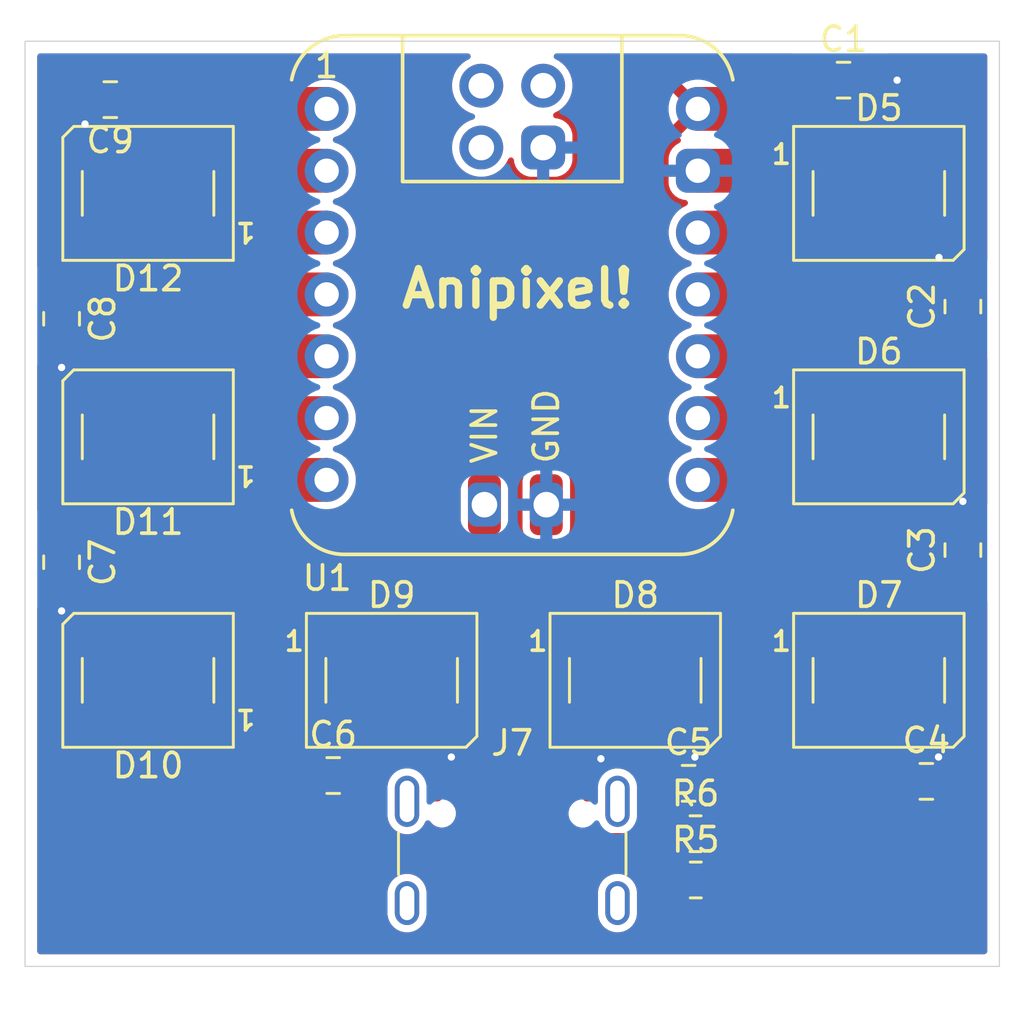
<source format=kicad_pcb>
(kicad_pcb (version 20241229) (generator "pcbnew") (generator_version "9.0")
  (layers (0 "F.Cu" signal) (2 "B.Cu" signal) (13 "F.Paste" user) (15 "B.Paste" user) (5 "F.SilkS" user "F.Silkscreen") (7 "B.SilkS" user "B.Silkscreen") (1 "F.Mask" user) (3 "B.Mask" user) (25 "Edge.Cuts" user))
  (net 0 "")
  (net 1 "+5V")
  (net 2 "GND")
  (net 3 "Net-(D5-DOUT)")
  (net 4 "Net-(D6-DOUT)")
  (net 5 "Net-(D7-DOUT)")
  (net 6 "Net-(D8-DOUT)")
  (net 7 "Net-(D10-DIN)")
  (net 8 "Net-(D10-DOUT)")
  (net 9 "Net-(D11-DOUT)")
  (net 25 "Net-(D5-DIN)")
  (net 27 "Net-(J7-D--PadA7)")
  (net 29 "Net-(J7-D+-PadA6)")
  (net 30 "Net-(J7-CC2)")
  (net 31 "Net-(J7-CC1)")
  (footprint "LED_SMD:LED_WS2812B_PLCC4_5.0x5.0mm_P3.2mm" (layer "F.Cu") (at 92.55 98.35)
    (property "Reference" "D5" (at 0 -3.5 0) (layer "F.SilkS"))
    (property "Value" "WS2812B")
    (fp_line (start -3.5 -2.75) (end -3.5 2.75) (stroke (width 0.12)) (layer "F.SilkS"))
    (fp_line (start -3.5 -2.75) (end 3.5 -2.75) (stroke (width 0.12)) (layer "F.SilkS"))
    (fp_line (start -3.5 2.75) (end 3.05 2.75) (stroke (width 0.12)) (layer "F.SilkS"))
    (fp_line (start -2.7 0.9) (end -2.7 -0.9) (stroke (width 0.12)) (layer "F.SilkS"))
    (fp_line (start 2.7 0.9) (end 2.7 -0.9) (stroke (width 0.12)) (layer "F.SilkS"))
    (fp_line (start 3.05 2.75) (end 3.5 2.3) (stroke (width 0.12)) (layer "F.SilkS"))
    (fp_line (start 3.5 2.3) (end 3.5 -2.75) (stroke (width 0.12)) (layer "F.SilkS"))
    (fp_text user "1" (at -4 -1.6 0) (layer "F.SilkS") (effects (font (size 0.8 0.8))))
    (pad "1" smd roundrect (at -2.45 -1.65) (size 1.5 0.9) (layers "F.Cu" "F.Mask" "F.Paste") (roundrect_rratio 0.1) (net 1 "+5V"))
    (pad "2" smd roundrect (at -2.45 1.65) (size 1.5 0.9) (layers "F.Cu" "F.Mask" "F.Paste") (roundrect_rratio 0.1) (net 3 "Net-(D5-DOUT)"))
    (pad "3" smd roundrect (at 2.45 1.65) (size 1.5 0.9) (layers "F.Cu" "F.Mask" "F.Paste") (roundrect_rratio 0.1) (net 2 "GND"))
    (pad "4" smd roundrect (at 2.45 -1.65) (size 1.5 0.9) (layers "F.Cu" "F.Mask" "F.Paste") (roundrect_rratio 0.1) (net 25 "Net-(D5-DIN)"))
  )
  (footprint "Capacitor_SMD:C_0805_2012Metric_Pad1.18x1.45mm_HandSolder" (layer "F.Cu") (at 70.15 122.26)
    (property "Reference" "C6" (at 0 -1.68 0) (layer "F.SilkS"))
    (property "Value" "100n")
    (fp_line (start -0.261252 -0.735) (end 0.261252 -0.735) (stroke (width 0.12)) (layer "F.SilkS"))
    (fp_line (start -0.261252 0.735) (end 0.261252 0.735) (stroke (width 0.12)) (layer "F.SilkS"))
    (pad "1" smd roundrect (at -1.0375 0) (size 1.175 1.45) (layers "F.Cu" "F.Mask" "F.Paste") (roundrect_rratio 0.212766) (net 1 "+5V"))
    (pad "2" smd roundrect (at 1.0375 0) (size 1.175 1.45) (layers "F.Cu" "F.Mask" "F.Paste") (roundrect_rratio 0.212766) (net 2 "GND"))
  )
  (footprint "LED_SMD:LED_WS2812B_PLCC4_5.0x5.0mm_P3.2mm" (layer "F.Cu") (at 82.55 118.35)
    (property "Reference" "D8" (at 0 -3.5 0) (layer "F.SilkS"))
    (property "Value" "WS2812B")
    (fp_line (start -3.5 -2.75) (end -3.5 2.75) (stroke (width 0.12)) (layer "F.SilkS"))
    (fp_line (start -3.5 -2.75) (end 3.5 -2.75) (stroke (width 0.12)) (layer "F.SilkS"))
    (fp_line (start -3.5 2.75) (end 3.05 2.75) (stroke (width 0.12)) (layer "F.SilkS"))
    (fp_line (start -2.7 0.9) (end -2.7 -0.9) (stroke (width 0.12)) (layer "F.SilkS"))
    (fp_line (start 2.7 0.9) (end 2.7 -0.9) (stroke (width 0.12)) (layer "F.SilkS"))
    (fp_line (start 3.05 2.75) (end 3.5 2.3) (stroke (width 0.12)) (layer "F.SilkS"))
    (fp_line (start 3.5 2.3) (end 3.5 -2.75) (stroke (width 0.12)) (layer "F.SilkS"))
    (fp_text user "1" (at -4 -1.6 0) (layer "F.SilkS") (effects (font (size 0.8 0.8))))
    (pad "1" smd roundrect (at -2.45 -1.65) (size 1.5 0.9) (layers "F.Cu" "F.Mask" "F.Paste") (roundrect_rratio 0.1) (net 1 "+5V"))
    (pad "2" smd roundrect (at -2.45 1.65) (size 1.5 0.9) (layers "F.Cu" "F.Mask" "F.Paste") (roundrect_rratio 0.1) (net 6 "Net-(D8-DOUT)"))
    (pad "3" smd roundrect (at 2.45 1.65) (size 1.5 0.9) (layers "F.Cu" "F.Mask" "F.Paste") (roundrect_rratio 0.1) (net 2 "GND"))
    (pad "4" smd roundrect (at 2.45 -1.65) (size 1.5 0.9) (layers "F.Cu" "F.Mask" "F.Paste") (roundrect_rratio 0.1) (net 5 "Net-(D7-DOUT)"))
  )
  (footprint "Capacitor_SMD:C_0805_2012Metric_Pad1.18x1.45mm_HandSolder" (layer "F.Cu") (at 84.74 122.58)
    (property "Reference" "C5" (at 0 -1.68 0) (layer "F.SilkS"))
    (property "Value" "100n")
    (fp_line (start -0.261252 -0.735) (end 0.261252 -0.735) (stroke (width 0.12)) (layer "F.SilkS"))
    (fp_line (start -0.261252 0.735) (end 0.261252 0.735) (stroke (width 0.12)) (layer "F.SilkS"))
    (pad "1" smd roundrect (at -1.0375 0) (size 1.175 1.45) (layers "F.Cu" "F.Mask" "F.Paste") (roundrect_rratio 0.212766) (net 1 "+5V"))
    (pad "2" smd roundrect (at 1.0375 0) (size 1.175 1.45) (layers "F.Cu" "F.Mask" "F.Paste") (roundrect_rratio 0.212766) (net 2 "GND"))
  )
  (footprint "LED_SMD:LED_WS2812B_PLCC4_5.0x5.0mm_P3.2mm" (layer "F.Cu") (at 72.55 118.35)
    (property "Reference" "D9" (at 0 -3.5 0) (layer "F.SilkS"))
    (property "Value" "WS2812B")
    (fp_line (start -3.5 -2.75) (end -3.5 2.75) (stroke (width 0.12)) (layer "F.SilkS"))
    (fp_line (start -3.5 -2.75) (end 3.5 -2.75) (stroke (width 0.12)) (layer "F.SilkS"))
    (fp_line (start -3.5 2.75) (end 3.05 2.75) (stroke (width 0.12)) (layer "F.SilkS"))
    (fp_line (start -2.7 0.9) (end -2.7 -0.9) (stroke (width 0.12)) (layer "F.SilkS"))
    (fp_line (start 2.7 0.9) (end 2.7 -0.9) (stroke (width 0.12)) (layer "F.SilkS"))
    (fp_line (start 3.05 2.75) (end 3.5 2.3) (stroke (width 0.12)) (layer "F.SilkS"))
    (fp_line (start 3.5 2.3) (end 3.5 -2.75) (stroke (width 0.12)) (layer "F.SilkS"))
    (fp_text user "1" (at -4 -1.6 0) (layer "F.SilkS") (effects (font (size 0.8 0.8))))
    (pad "1" smd roundrect (at -2.45 -1.65) (size 1.5 0.9) (layers "F.Cu" "F.Mask" "F.Paste") (roundrect_rratio 0.1) (net 1 "+5V"))
    (pad "2" smd roundrect (at -2.45 1.65) (size 1.5 0.9) (layers "F.Cu" "F.Mask" "F.Paste") (roundrect_rratio 0.1) (net 7 "Net-(D10-DIN)"))
    (pad "3" smd roundrect (at 2.45 1.65) (size 1.5 0.9) (layers "F.Cu" "F.Mask" "F.Paste") (roundrect_rratio 0.1) (net 2 "GND"))
    (pad "4" smd roundrect (at 2.45 -1.65) (size 1.5 0.9) (layers "F.Cu" "F.Mask" "F.Paste") (roundrect_rratio 0.1) (net 6 "Net-(D8-DOUT)"))
  )
  (footprint "LED_SMD:LED_WS2812B_PLCC4_5.0x5.0mm_P3.2mm" (layer "F.Cu") (at 62.55 98.35 180)
    (property "Reference" "D12" (at 0 -3.5 0) (layer "F.SilkS"))
    (property "Value" "WS2812B")
    (fp_line (start 3.5 2.3) (end 3.5 -2.75) (stroke (width 0.12)) (layer "F.SilkS"))
    (fp_line (start 3.05 2.75) (end 3.5 2.3) (stroke (width 0.12)) (layer "F.SilkS"))
    (fp_line (start 2.7 0.9) (end 2.7 -0.9) (stroke (width 0.12)) (layer "F.SilkS"))
    (fp_line (start -2.7 0.9) (end -2.7 -0.9) (stroke (width 0.12)) (layer "F.SilkS"))
    (fp_line (start -3.5 2.75) (end 3.05 2.75) (stroke (width 0.12)) (layer "F.SilkS"))
    (fp_line (start -3.5 -2.75) (end 3.5 -2.75) (stroke (width 0.12)) (layer "F.SilkS"))
    (fp_line (start -3.5 -2.75) (end -3.5 2.75) (stroke (width 0.12)) (layer "F.SilkS"))
    (fp_text user "1" (at -4 -1.6 180) (layer "F.SilkS") (effects (font (size 0.8 0.8))))
    (pad "1" smd roundrect (at -2.45 -1.65 180) (size 1.5 0.9) (layers "F.Cu" "F.Mask" "F.Paste") (roundrect_rratio 0.1) (net 1 "+5V"))
    (pad "2" smd roundrect (at -2.45 1.65 180) (size 1.5 0.9) (layers "F.Cu" "F.Mask" "F.Paste") (roundrect_rratio 0.1))
    (pad "3" smd roundrect (at 2.45 1.65 180) (size 1.5 0.9) (layers "F.Cu" "F.Mask" "F.Paste") (roundrect_rratio 0.1) (net 2 "GND"))
    (pad "4" smd roundrect (at 2.45 -1.65 180) (size 1.5 0.9) (layers "F.Cu" "F.Mask" "F.Paste") (roundrect_rratio 0.1) (net 9 "Net-(D11-DOUT)"))
  )
  (footprint "LED_SMD:LED_WS2812B_PLCC4_5.0x5.0mm_P3.2mm" (layer "F.Cu") (at 62.55 118.35 180)
    (property "Reference" "D10" (at 0 -3.5 0) (layer "F.SilkS"))
    (property "Value" "WS2812B")
    (fp_line (start 3.5 2.3) (end 3.5 -2.75) (stroke (width 0.12)) (layer "F.SilkS"))
    (fp_line (start 3.05 2.75) (end 3.5 2.3) (stroke (width 0.12)) (layer "F.SilkS"))
    (fp_line (start 2.7 0.9) (end 2.7 -0.9) (stroke (width 0.12)) (layer "F.SilkS"))
    (fp_line (start -2.7 0.9) (end -2.7 -0.9) (stroke (width 0.12)) (layer "F.SilkS"))
    (fp_line (start -3.5 2.75) (end 3.05 2.75) (stroke (width 0.12)) (layer "F.SilkS"))
    (fp_line (start -3.5 -2.75) (end 3.5 -2.75) (stroke (width 0.12)) (layer "F.SilkS"))
    (fp_line (start -3.5 -2.75) (end -3.5 2.75) (stroke (width 0.12)) (layer "F.SilkS"))
    (fp_text user "1" (at -4 -1.6 180) (layer "F.SilkS") (effects (font (size 0.8 0.8))))
    (pad "1" smd roundrect (at -2.45 -1.65 180) (size 1.5 0.9) (layers "F.Cu" "F.Mask" "F.Paste") (roundrect_rratio 0.1) (net 1 "+5V"))
    (pad "2" smd roundrect (at -2.45 1.65 180) (size 1.5 0.9) (layers "F.Cu" "F.Mask" "F.Paste") (roundrect_rratio 0.1) (net 8 "Net-(D10-DOUT)"))
    (pad "3" smd roundrect (at 2.45 1.65 180) (size 1.5 0.9) (layers "F.Cu" "F.Mask" "F.Paste") (roundrect_rratio 0.1) (net 2 "GND"))
    (pad "4" smd roundrect (at 2.45 -1.65 180) (size 1.5 0.9) (layers "F.Cu" "F.Mask" "F.Paste") (roundrect_rratio 0.1) (net 7 "Net-(D10-DIN)"))
  )
  (footprint "LED_SMD:LED_WS2812B_PLCC4_5.0x5.0mm_P3.2mm" (layer "F.Cu") (at 62.55 108.35 180)
    (property "Reference" "D11" (at 0 -3.5 0) (layer "F.SilkS"))
    (property "Value" "WS2812B")
    (fp_line (start 3.5 2.3) (end 3.5 -2.75) (stroke (width 0.12)) (layer "F.SilkS"))
    (fp_line (start 3.05 2.75) (end 3.5 2.3) (stroke (width 0.12)) (layer "F.SilkS"))
    (fp_line (start 2.7 0.9) (end 2.7 -0.9) (stroke (width 0.12)) (layer "F.SilkS"))
    (fp_line (start -2.7 0.9) (end -2.7 -0.9) (stroke (width 0.12)) (layer "F.SilkS"))
    (fp_line (start -3.5 2.75) (end 3.05 2.75) (stroke (width 0.12)) (layer "F.SilkS"))
    (fp_line (start -3.5 -2.75) (end 3.5 -2.75) (stroke (width 0.12)) (layer "F.SilkS"))
    (fp_line (start -3.5 -2.75) (end -3.5 2.75) (stroke (width 0.12)) (layer "F.SilkS"))
    (fp_text user "1" (at -4 -1.6 180) (layer "F.SilkS") (effects (font (size 0.8 0.8))))
    (pad "1" smd roundrect (at -2.45 -1.65 180) (size 1.5 0.9) (layers "F.Cu" "F.Mask" "F.Paste") (roundrect_rratio 0.1) (net 1 "+5V"))
    (pad "2" smd roundrect (at -2.45 1.65 180) (size 1.5 0.9) (layers "F.Cu" "F.Mask" "F.Paste") (roundrect_rratio 0.1) (net 9 "Net-(D11-DOUT)"))
    (pad "3" smd roundrect (at 2.45 1.65 180) (size 1.5 0.9) (layers "F.Cu" "F.Mask" "F.Paste") (roundrect_rratio 0.1) (net 2 "GND"))
    (pad "4" smd roundrect (at 2.45 -1.65 180) (size 1.5 0.9) (layers "F.Cu" "F.Mask" "F.Paste") (roundrect_rratio 0.1) (net 8 "Net-(D10-DOUT)"))
  )
  (footprint "Connector_USB:USB_C_Receptacle_GCT_USB4105-xx-A_16P_TopMnt_Horizontal" (layer "F.Cu") (at 77.5 126.425)
    (property "Reference" "J7" (at 0 -5.5 0) (layer "F.SilkS"))
    (property "Value" "USB_C_Receptacle_USB2.0_14P")
    (fp_line (start -4.67 -0.1) (end -4.67 -1.8) (stroke (width 0.12)) (layer "F.SilkS"))
    (fp_line (start 4.67 -0.1) (end 4.67 -1.8) (stroke (width 0.12)) (layer "F.SilkS"))
    (pad "" np_thru_hole circle (at -2.89 -2.605) (size 0.65 0.65) (drill 0.65) (layers "*.Cu" "*.Mask"))
    (pad "" np_thru_hole circle (at 2.89 -2.605) (size 0.65 0.65) (drill 0.65) (layers "*.Cu" "*.Mask"))
    (pad "A1" smd roundrect (at -3.2 -3.68) (size 0.6 1.15) (layers "F.Cu" "F.Mask" "F.Paste") (net 2 "GND"))
    (pad "A4" smd roundrect (at -2.4 -3.68) (size 0.6 1.15) (layers "F.Cu" "F.Mask" "F.Paste") (net 1 "+5V"))
    (pad "A5" smd roundrect (at -1.25 -3.68) (size 0.3 1.15) (layers "F.Cu" "F.Mask" "F.Paste") (net 31 "Net-(J7-CC1)"))
    (pad "A6" smd roundrect (at -0.25 -3.68) (size 0.3 1.15) (layers "F.Cu" "F.Mask" "F.Paste") (net 29 "Net-(J7-D+-PadA6)"))
    (pad "A7" smd roundrect (at 0.25 -3.68) (size 0.3 1.15) (layers "F.Cu" "F.Mask" "F.Paste") (net 27 "Net-(J7-D--PadA7)"))
    (pad "A8" smd roundrect (at 1.25 -3.68) (size 0.3 1.15) (layers "F.Cu" "F.Mask" "F.Paste"))
    (pad "A9" smd roundrect (at 2.4 -3.68) (size 0.6 1.15) (layers "F.Cu" "F.Mask" "F.Paste") (net 1 "+5V"))
    (pad "A12" smd roundrect (at 3.2 -3.68) (size 0.6 1.15) (layers "F.Cu" "F.Mask" "F.Paste") (net 2 "GND"))
    (pad "B1" smd roundrect (at 3.2 -3.68) (size 0.6 1.15) (layers "F.Cu" "F.Mask" "F.Paste") (net 2 "GND"))
    (pad "B4" smd roundrect (at 2.4 -3.68) (size 0.6 1.15) (layers "F.Cu" "F.Mask" "F.Paste") (net 1 "+5V"))
    (pad "B5" smd roundrect (at 1.75 -3.68) (size 0.3 1.15) (layers "F.Cu" "F.Mask" "F.Paste") (net 30 "Net-(J7-CC2)"))
    (pad "B6" smd roundrect (at 0.75 -3.68) (size 0.3 1.15) (layers "F.Cu" "F.Mask" "F.Paste") (net 29 "Net-(J7-D+-PadA6)"))
    (pad "B7" smd roundrect (at -0.75 -3.68) (size 0.3 1.15) (layers "F.Cu" "F.Mask" "F.Paste") (net 27 "Net-(J7-D--PadA7)"))
    (pad "B8" smd roundrect (at -1.75 -3.68) (size 0.3 1.15) (layers "F.Cu" "F.Mask" "F.Paste"))
    (pad "B9" smd roundrect (at -2.4 -3.68) (size 0.6 1.15) (layers "F.Cu" "F.Mask" "F.Paste") (net 1 "+5V"))
    (pad "B12" smd roundrect (at -3.2 -3.68) (size 0.6 1.15) (layers "F.Cu" "F.Mask" "F.Paste") (net 2 "GND"))
    (pad "S1" thru_hole oval (at -4.32 -3.105) (size 1 2.1) (drill oval 0.6 1.7) (property pad_prop_heatsink) (layers "*.Cu" "*.Mask" "F.Paste"))
    (pad "S1" thru_hole oval (at -4.32 1.075) (size 1 1.8) (drill oval 0.6 1.4) (property pad_prop_heatsink) (layers "*.Cu" "*.Mask" "F.Paste"))
    (pad "S1" thru_hole oval (at 4.32 -3.105) (size 1 2.1) (drill oval 0.6 1.7) (property pad_prop_heatsink) (layers "*.Cu" "*.Mask" "F.Paste"))
    (pad "S1" thru_hole oval (at 4.32 1.075) (size 1 1.8) (drill oval 0.6 1.4) (property pad_prop_heatsink) (layers "*.Cu" "*.Mask" "F.Paste"))
  )
  (footprint "Capacitor_SMD:C_0805_2012Metric_Pad1.18x1.45mm_HandSolder" (layer "F.Cu") (at 59 103.5 -90)
    (property "Reference" "C8" (at 0 -1.68 90) (layer "F.SilkS"))
    (property "Value" "100n")
    (fp_line (start -0.261252 0.735) (end 0.261252 0.735) (stroke (width 0.12)) (layer "F.SilkS"))
    (fp_line (start -0.261252 -0.735) (end 0.261252 -0.735) (stroke (width 0.12)) (layer "F.SilkS"))
    (pad "1" smd roundrect (at -1.0375 0 270) (size 1.175 1.45) (layers "F.Cu" "F.Mask" "F.Paste") (roundrect_rratio 0.212766) (net 1 "+5V"))
    (pad "2" smd roundrect (at 1.0375 0 270) (size 1.175 1.45) (layers "F.Cu" "F.Mask" "F.Paste") (roundrect_rratio 0.212766) (net 2 "GND"))
  )
  (footprint "Resistor_SMD:R_0805_2012Metric_Pad1.20x1.40mm_HandSolder" (layer "F.Cu") (at 85.025 124.65)
    (property "Reference" "R6" (at 0 -1.65 0) (layer "F.SilkS"))
    (property "Value" "5.1kΩ")
    (fp_line (start -0.227064 -0.735) (end 0.227064 -0.735) (stroke (width 0.12)) (layer "F.SilkS"))
    (fp_line (start -0.227064 0.735) (end 0.227064 0.735) (stroke (width 0.12)) (layer "F.SilkS"))
    (pad "1" smd roundrect (at -1 0) (size 1.2 1.4) (layers "F.Cu" "F.Mask" "F.Paste") (roundrect_rratio 0.208333) (net 30 "Net-(J7-CC2)"))
    (pad "2" smd roundrect (at 1 0) (size 1.2 1.4) (layers "F.Cu" "F.Mask" "F.Paste") (roundrect_rratio 0.208333) (net 2 "GND"))
  )
  (footprint "LED_SMD:LED_WS2812B_PLCC4_5.0x5.0mm_P3.2mm" (layer "F.Cu") (at 92.55 108.35)
    (property "Reference" "D6" (at 0 -3.5 0) (layer "F.SilkS"))
    (property "Value" "WS2812B")
    (fp_line (start -3.5 -2.75) (end -3.5 2.75) (stroke (width 0.12)) (layer "F.SilkS"))
    (fp_line (start -3.5 -2.75) (end 3.5 -2.75) (stroke (width 0.12)) (layer "F.SilkS"))
    (fp_line (start -3.5 2.75) (end 3.05 2.75) (stroke (width 0.12)) (layer "F.SilkS"))
    (fp_line (start -2.7 0.9) (end -2.7 -0.9) (stroke (width 0.12)) (layer "F.SilkS"))
    (fp_line (start 2.7 0.9) (end 2.7 -0.9) (stroke (width 0.12)) (layer "F.SilkS"))
    (fp_line (start 3.05 2.75) (end 3.5 2.3) (stroke (width 0.12)) (layer "F.SilkS"))
    (fp_line (start 3.5 2.3) (end 3.5 -2.75) (stroke (width 0.12)) (layer "F.SilkS"))
    (fp_text user "1" (at -4 -1.6 0) (layer "F.SilkS") (effects (font (size 0.8 0.8))))
    (pad "1" smd roundrect (at -2.45 -1.65) (size 1.5 0.9) (layers "F.Cu" "F.Mask" "F.Paste") (roundrect_rratio 0.1) (net 1 "+5V"))
    (pad "2" smd roundrect (at -2.45 1.65) (size 1.5 0.9) (layers "F.Cu" "F.Mask" "F.Paste") (roundrect_rratio 0.1) (net 4 "Net-(D6-DOUT)"))
    (pad "3" smd roundrect (at 2.45 1.65) (size 1.5 0.9) (layers "F.Cu" "F.Mask" "F.Paste") (roundrect_rratio 0.1) (net 2 "GND"))
    (pad "4" smd roundrect (at 2.45 -1.65) (size 1.5 0.9) (layers "F.Cu" "F.Mask" "F.Paste") (roundrect_rratio 0.1) (net 3 "Net-(D5-DOUT)"))
  )
  (footprint "Resistor_SMD:R_0805_2012Metric_Pad1.20x1.40mm_HandSolder" (layer "F.Cu") (at 85.035 126.55)
    (property "Reference" "R5" (at 0 -1.65 0) (layer "F.SilkS"))
    (property "Value" "5.1kΩ")
    (fp_line (start -0.227064 -0.735) (end 0.227064 -0.735) (stroke (width 0.12)) (layer "F.SilkS"))
    (fp_line (start -0.227064 0.735) (end 0.227064 0.735) (stroke (width 0.12)) (layer "F.SilkS"))
    (pad "1" smd roundrect (at -1 0) (size 1.2 1.4) (layers "F.Cu" "F.Mask" "F.Paste") (roundrect_rratio 0.208333) (net 31 "Net-(J7-CC1)"))
    (pad "2" smd roundrect (at 1 0) (size 1.2 1.4) (layers "F.Cu" "F.Mask" "F.Paste") (roundrect_rratio 0.208333) (net 2 "GND"))
  )
  (footprint "PCM_marbastlib-xp-promicroish:Xiao_rp2040_ACH" (layer "F.Cu") (at 77.5 102.5)
    (property "Reference" "U1" (at -6.5 11.65 0) (layer "F.SilkS") (effects (justify right)))
    (property "Value" "Seeeduino Xiao rp2040")
    (fp_line (start -6.890001 -10.63) (end 6.889999 -10.63) (stroke (width 0.15)) (layer "F.SilkS"))
    (fp_line (start -4.500881 -4.6355) (end -4.500881 -10.63) (stroke (width 0.15)) (layer "F.SilkS"))
    (fp_line (start 4.500879 -4.6355) (end -4.500881 -4.6355) (stroke (width 0.15)) (layer "F.SilkS"))
    (fp_line (start 4.500879 -4.6355) (end 4.500879 -10.63) (stroke (width 0.15)) (layer "F.SilkS"))
    (fp_line (start 6.889999 10.6775) (end -6.890001 10.6775) (stroke (width 0.15)) (layer "F.SilkS"))
    (fp_arc (start -9.055742 -8.816738) (mid -8.302299 -10.116834) (end -6.890001 -10.63) (stroke (width 0.15)) (layer "F.SilkS"))
    (fp_arc (start -6.89 10.6775) (mid -8.302299 10.164335) (end -9.055742 8.864239) (stroke (width 0.15)) (layer "F.SilkS"))
    (fp_arc (start 6.889999 -10.63) (mid 8.302298 -10.116835) (end 9.05574 -8.816738) (stroke (width 0.15)) (layer "F.SilkS"))
    (fp_arc (start 9.05574 8.864238) (mid 8.302298 10.164335) (end 6.889999 10.6775) (stroke (width 0.15)) (layer "F.SilkS"))
    (fp_text user "GND" (at 1.39827 7.036 90) (layer "F.SilkS") (effects (justify left)))
    (fp_text user "1" (at -7.62 -8.82 0) (layer "F.SilkS") (effects (justify bottom)))
    (fp_text user "VIN" (at -1.14173 7.036 90) (layer "F.SilkS") (effects (justify left)))
    (pad "1" smd roundrect (at -8.92 -7.62) (size 3.5 1.8) (layers "F.Cu" "F.Mask"))
    (pad "1" thru_hole circle (at -7.62 -7.62) (size 1.8 1.8) (drill 1) (layers "*.Cu" "*.Mask"))
    (pad "2" smd roundrect (at -8.92 -5.08) (size 3.5 1.8) (layers "F.Cu" "F.Mask"))
    (pad "2" thru_hole circle (at -7.62 -5.08) (size 1.8 1.8) (drill 1) (layers "*.Cu" "*.Mask"))
    (pad "3" smd roundrect (at -8.92 -2.54) (size 3.5 1.8) (layers "F.Cu" "F.Mask"))
    (pad "3" thru_hole circle (at -7.62 -2.54) (size 1.8 1.8) (drill 1) (layers "*.Cu" "*.Mask"))
    (pad "4" smd roundrect (at -8.92 0) (size 3.5 1.8) (layers "F.Cu" "F.Mask"))
    (pad "4" thru_hole circle (at -7.62 0) (size 1.8 1.8) (drill 1) (layers "*.Cu" "*.Mask"))
    (pad "5" smd roundrect (at -8.92 2.54) (size 3.5 1.8) (layers "F.Cu" "F.Mask"))
    (pad "5" thru_hole circle (at -7.62 2.54) (size 1.8 1.8) (drill 1) (layers "*.Cu" "*.Mask"))
    (pad "6" smd roundrect (at -8.92 5.08) (size 3.5 1.8) (layers "F.Cu" "F.Mask"))
    (pad "6" thru_hole circle (at -7.62 5.08) (size 1.8 1.8) (drill 1) (layers "*.Cu" "*.Mask"))
    (pad "7" smd roundrect (at -8.92 7.62) (size 3.5 1.8) (layers "F.Cu" "F.Mask"))
    (pad "7" thru_hole circle (at -7.62 7.62) (size 1.8 1.8) (drill 1) (layers "*.Cu" "*.Mask"))
    (pad "8" thru_hole circle (at 7.62 -7.62 180) (size 1.8 1.8) (drill 1) (layers "*.Cu" "*.Mask") (net 1 "+5V"))
    (pad "8" smd roundrect (at 8.92 -7.62 180) (size 3.5 1.8) (layers "F.Cu" "F.Mask") (net 1 "+5V"))
    (pad "9" thru_hole roundrect (at 7.62 -5.08 180) (size 1.8 1.8) (drill 1) (layers "*.Cu" "*.Mask") (net 2 "GND"))
    (pad "9" smd roundrect (at 8.92 -5.08 180) (size 3.5 1.8) (layers "F.Cu" "F.Mask") (net 2 "GND"))
    (pad "10" thru_hole circle (at 7.62 -2.54 180) (size 1.8 1.8) (drill 1) (layers "*.Cu" "*.Mask"))
    (pad "10" smd roundrect (at 8.92 -2.539999 180) (size 3.5 1.8) (layers "F.Cu" "F.Mask"))
    (pad "11" thru_hole circle (at 7.62 0 180) (size 1.8 1.8) (drill 1) (layers "*.Cu" "*.Mask") (net 25 "Net-(D5-DIN)"))
    (pad "11" smd roundrect (at 8.92 0 180) (size 3.5 1.8) (layers "F.Cu" "F.Mask") (net 25 "Net-(D5-DIN)"))
    (pad "12" thru_hole circle (at 7.62 2.54 180) (size 1.8 1.8) (drill 1) (layers "*.Cu" "*.Mask"))
    (pad "12" smd roundrect (at 8.92 2.54 180) (size 3.5 1.8) (layers "F.Cu" "F.Mask"))
    (pad "13" thru_hole circle (at 7.62 5.08) (size 1.8 1.8) (drill 1) (layers "*.Cu" "*.Mask"))
    (pad "13" smd roundrect (at 8.92 5.08) (size 3.5 1.8) (layers "F.Cu" "F.Mask"))
    (pad "14" thru_hole circle (at 7.62 7.62) (size 1.8 1.8) (drill 1) (layers "*.Cu" "*.Mask"))
    (pad "14" smd roundrect (at 8.92 7.62) (size 3.5 1.8) (layers "F.Cu" "F.Mask"))
    (pad "17" thru_hole roundrect (at -1.14173 8.636 90) (size 1.8 1.35) (drill 1.05) (layers "*.Cu" "*.Mask"))
    (pad "17" smd roundrect (at -1.14173 8.636 90) (size 2.5 1.35) (layers "F.Cu" "F.Mask"))
    (pad "18" thru_hole roundrect (at 1.39827 8.636 90) (size 1.8 1.35) (drill 1.05) (layers "*.Cu" "*.Mask") (net 2 "GND"))
    (pad "18" smd roundrect (at 1.39827 8.636 90) (size 2.5 1.35) (layers "F.Cu" "F.Mask") (net 2 "GND"))
    (pad "19" thru_hole circle (at -1.27 -8.5725 180) (size 1.8 1.8) (drill 1.05) (layers "*.Cu" "*.Mask"))
    (pad "20" thru_hole circle (at 1.27 -8.5725 180) (size 1.8 1.8) (drill 1.05) (layers "*.Cu" "*.Mask"))
    (pad "21" thru_hole circle (at -1.27 -6.0325 180) (size 1.8 1.8) (drill 1.05) (layers "*.Cu" "*.Mask"))
    (pad "22" thru_hole roundrect (at 1.27 -6.0325 180) (size 1.8 1.8) (drill 1.05) (layers "*.Cu" "*.Mask") (net 2 "GND"))
  )
  (footprint "Capacitor_SMD:C_0805_2012Metric_Pad1.18x1.45mm_HandSolder" (layer "F.Cu") (at 91.1 93.7)
    (property "Reference" "C1" (at 0 -1.68 0) (layer "F.SilkS"))
    (property "Value" "10u")
    (fp_line (start -0.261252 -0.735) (end 0.261252 -0.735) (stroke (width 0.12)) (layer "F.SilkS"))
    (fp_line (start -0.261252 0.735) (end 0.261252 0.735) (stroke (width 0.12)) (layer "F.SilkS"))
    (pad "1" smd roundrect (at -1.0375 0) (size 1.175 1.45) (layers "F.Cu" "F.Mask" "F.Paste") (roundrect_rratio 0.212766) (net 1 "+5V"))
    (pad "2" smd roundrect (at 1.0375 0) (size 1.175 1.45) (layers "F.Cu" "F.Mask" "F.Paste") (roundrect_rratio 0.212766) (net 2 "GND"))
  )
  (footprint "Capacitor_SMD:C_0805_2012Metric_Pad1.18x1.45mm_HandSolder" (layer "F.Cu") (at 96 113 90)
    (property "Reference" "C3" (at 0 -1.68 90) (layer "F.SilkS"))
    (property "Value" "100n")
    (fp_line (start -0.261252 -0.735) (end 0.261252 -0.735) (stroke (width 0.12)) (layer "F.SilkS"))
    (fp_line (start -0.261252 0.735) (end 0.261252 0.735) (stroke (width 0.12)) (layer "F.SilkS"))
    (pad "1" smd roundrect (at -1.0375 0 90) (size 1.175 1.45) (layers "F.Cu" "F.Mask" "F.Paste") (roundrect_rratio 0.212766) (net 1 "+5V"))
    (pad "2" smd roundrect (at 1.0375 0 90) (size 1.175 1.45) (layers "F.Cu" "F.Mask" "F.Paste") (roundrect_rratio 0.212766) (net 2 "GND"))
  )
  (footprint "Capacitor_SMD:C_0805_2012Metric_Pad1.18x1.45mm_HandSolder" (layer "F.Cu") (at 96 103 90)
    (property "Reference" "C2" (at 0 -1.68 90) (layer "F.SilkS"))
    (property "Value" "100n")
    (fp_line (start -0.261252 -0.735) (end 0.261252 -0.735) (stroke (width 0.12)) (layer "F.SilkS"))
    (fp_line (start -0.261252 0.735) (end 0.261252 0.735) (stroke (width 0.12)) (layer "F.SilkS"))
    (pad "1" smd roundrect (at -1.0375 0 90) (size 1.175 1.45) (layers "F.Cu" "F.Mask" "F.Paste") (roundrect_rratio 0.212766) (net 1 "+5V"))
    (pad "2" smd roundrect (at 1.0375 0 90) (size 1.175 1.45) (layers "F.Cu" "F.Mask" "F.Paste") (roundrect_rratio 0.212766) (net 2 "GND"))
  )
  (footprint "Capacitor_SMD:C_0805_2012Metric_Pad1.18x1.45mm_HandSolder" (layer "F.Cu") (at 94.5 122.5)
    (property "Reference" "C4" (at 0 -1.68 0) (layer "F.SilkS"))
    (property "Value" "100n")
    (fp_line (start -0.261252 -0.735) (end 0.261252 -0.735) (stroke (width 0.12)) (layer "F.SilkS"))
    (fp_line (start -0.261252 0.735) (end 0.261252 0.735) (stroke (width 0.12)) (layer "F.SilkS"))
    (pad "1" smd roundrect (at -1.0375 0) (size 1.175 1.45) (layers "F.Cu" "F.Mask" "F.Paste") (roundrect_rratio 0.212766) (net 1 "+5V"))
    (pad "2" smd roundrect (at 1.0375 0) (size 1.175 1.45) (layers "F.Cu" "F.Mask" "F.Paste") (roundrect_rratio 0.212766) (net 2 "GND"))
  )
  (footprint "LED_SMD:LED_WS2812B_PLCC4_5.0x5.0mm_P3.2mm" (layer "F.Cu") (at 92.55 118.35)
    (property "Reference" "D7" (at 0 -3.5 0) (layer "F.SilkS"))
    (property "Value" "WS2812B")
    (fp_line (start -3.5 -2.75) (end -3.5 2.75) (stroke (width 0.12)) (layer "F.SilkS"))
    (fp_line (start -3.5 -2.75) (end 3.5 -2.75) (stroke (width 0.12)) (layer "F.SilkS"))
    (fp_line (start -3.5 2.75) (end 3.05 2.75) (stroke (width 0.12)) (layer "F.SilkS"))
    (fp_line (start -2.7 0.9) (end -2.7 -0.9) (stroke (width 0.12)) (layer "F.SilkS"))
    (fp_line (start 2.7 0.9) (end 2.7 -0.9) (stroke (width 0.12)) (layer "F.SilkS"))
    (fp_line (start 3.05 2.75) (end 3.5 2.3) (stroke (width 0.12)) (layer "F.SilkS"))
    (fp_line (start 3.5 2.3) (end 3.5 -2.75) (stroke (width 0.12)) (layer "F.SilkS"))
    (fp_text user "1" (at -4 -1.6 0) (layer "F.SilkS") (effects (font (size 0.8 0.8))))
    (pad "1" smd roundrect (at -2.45 -1.65) (size 1.5 0.9) (layers "F.Cu" "F.Mask" "F.Paste") (roundrect_rratio 0.1) (net 1 "+5V"))
    (pad "2" smd roundrect (at -2.45 1.65) (size 1.5 0.9) (layers "F.Cu" "F.Mask" "F.Paste") (roundrect_rratio 0.1) (net 5 "Net-(D7-DOUT)"))
    (pad "3" smd roundrect (at 2.45 1.65) (size 1.5 0.9) (layers "F.Cu" "F.Mask" "F.Paste") (roundrect_rratio 0.1) (net 2 "GND"))
    (pad "4" smd roundrect (at 2.45 -1.65) (size 1.5 0.9) (layers "F.Cu" "F.Mask" "F.Paste") (roundrect_rratio 0.1) (net 4 "Net-(D6-DOUT)"))
  )
  (footprint "Capacitor_SMD:C_0805_2012Metric_Pad1.18x1.45mm_HandSolder" (layer "F.Cu") (at 61 94.5 180)
    (property "Reference" "C9" (at 0 -1.68 0) (layer "F.SilkS"))
    (property "Value" "100n")
    (fp_line (start -0.261252 0.735) (end 0.261252 0.735) (stroke (width 0.12)) (layer "F.SilkS"))
    (fp_line (start -0.261252 -0.735) (end 0.261252 -0.735) (stroke (width 0.12)) (layer "F.SilkS"))
    (pad "1" smd roundrect (at -1.0375 0 180) (size 1.175 1.45) (layers "F.Cu" "F.Mask" "F.Paste") (roundrect_rratio 0.212766) (net 1 "+5V"))
    (pad "2" smd roundrect (at 1.0375 0 180) (size 1.175 1.45) (layers "F.Cu" "F.Mask" "F.Paste") (roundrect_rratio 0.212766) (net 2 "GND"))
  )
  (footprint "Capacitor_SMD:C_0805_2012Metric_Pad1.18x1.45mm_HandSolder" (layer "F.Cu") (at 59 113.5 -90)
    (property "Reference" "C7" (at 0 -1.68 90) (layer "F.SilkS"))
    (property "Value" "100n")
    (fp_line (start -0.261252 0.735) (end 0.261252 0.735) (stroke (width 0.12)) (layer "F.SilkS"))
    (fp_line (start -0.261252 -0.735) (end 0.261252 -0.735) (stroke (width 0.12)) (layer "F.SilkS"))
    (pad "1" smd roundrect (at -1.0375 0 270) (size 1.175 1.45) (layers "F.Cu" "F.Mask" "F.Paste") (roundrect_rratio 0.212766) (net 1 "+5V"))
    (pad "2" smd roundrect (at 1.0375 0 270) (size 1.175 1.45) (layers "F.Cu" "F.Mask" "F.Paste") (roundrect_rratio 0.212766) (net 2 "GND"))
  )
  (gr_rect (start 57.5 92.1) (end 97.5 130.1) (stroke (width 0.05)) (fill no) (layer "Edge.Cuts"))
  (gr_text "Anipixel!" (at 72.81 103.14 0) (layer "F.SilkS") (effects (font (size 1.5 1.5) (thickness 0.3) (bold yes)) (justify left bottom)))
  (segment (start 75.1 122.745) (end 75.1 122.286176) (width 0.2) (layer "F.Cu") (net 1))
  (segment (start 75.1 123.325) (end 75.675 123.9) (width 0.2) (layer "F.Cu") (net 1))
  (segment (start 69.1125 122.26) (end 69.1125 122.1875) (width 0.2) (layer "F.Cu") (net 1))
  (segment (start 75.286 124.011) (end 75.7 124.425) (width 0.2) (layer "F.Cu") (net 1))
  (segment (start 75.1 122.286176) (end 76.136176 121.25) (width 0.2) (layer "F.Cu") (net 1))
  (segment (start 69.1125 122.1875) (end 70.23 121.07) (width 0.2) (layer "F.Cu") (net 1))
  (segment (start 75.1 122.745) (end 75.1 123.325) (width 0.2) (layer "F.Cu") (net 1))
  (segment (start 59 112.4625) (end 59.0925 112.4625) (width 0.2) (layer "F.Cu") (net 1))
  (segment (start 76.136176 121.25) (end 76.2 121.25) (width 0.2) (layer "F.Cu") (net 1))
  (segment (start 59.2025 102.4625) (end 60.36 103.62) (width 0.2) (layer "F.Cu") (net 1))
  (segment (start 75.286 122.931) (end 75.286 123.375) (width 0.2) (layer "F.Cu") (net 1))
  (segment (start 75.1 122.745) (end 75.286 122.931) (width 0.2) (layer "F.Cu") (net 1))
  (segment (start 95.8275 104.0375) (end 94.15 102.36) (width 0.2) (layer "F.Cu") (net 1))
  (segment (start 59 102.4625) (end 59.2025 102.4625) (width 0.2) (layer "F.Cu") (net 1))
  (segment (start 59.0925 112.4625) (end 60.4 113.77) (width 0.2) (layer "F.Cu") (net 1))
  (segment (start 96 104.0375) (end 95.8275 104.0375) (width 0.2) (layer "F.Cu") (net 1))
  (segment (start 80.7 122.745) (end 80.7 122.01) (width 0.5) (layer "F.Cu") (net 2))
  (segment (start 92.1375 93.7) (end 93.3 93.7) (width 0.5) (layer "F.Cu") (net 2))
  (segment (start 59 115.6) (end 60.1 116.7) (width 0.5) (layer "F.Cu") (net 2))
  (segment (start 85 121.9625) (end 85.5375 122.5) (width 0.5) (layer "F.Cu") (net 2))
  (segment (start 96 111) (end 95 110) (width 0.5) (layer "F.Cu") (net 2))
  (segment (start 85 121.5) (end 85 121.9625) (width 0.5) (layer "F.Cu") (net 2))
  (segment (start 95 121.9625) (end 95.5375 122.5) (width 0.5) (layer "F.Cu") (net 2))
  (segment (start 95 120) (end 95 121.5) (width 0.5) (layer "F.Cu") (net 2))
  (segment (start 95.01875 100.98125) (end 96 101.9625) (width 0.5) (layer "F.Cu") (net 2))
  (segment (start 95 100) (end 95 100.9625) (width 0.5) (layer "F.Cu") (net 2))
  (segment (start 95 121.5) (end 95 121.9625) (width 0.5) (layer "F.Cu") (net 2))
  (segment (start 59 105.5) (end 59 105.6) (width 0.5) (layer "F.Cu") (net 2))
  (segment (start 74.9159 121.5) (end 74.3 122.1159) (width 0.5) (layer "F.Cu") (net 2))
  (segment (start 96 111.9625) (end 96 111) (width 0.5) (layer "F.Cu") (net 2))
  (segment (start 59 115.5) (end 59 115.6) (width 0.5) (layer "F.Cu") (net 2))
  (segment (start 73.6141 121.43) (end 72.0175 121.43) (width 0.5) (layer "F.Cu") (net 2))
  (segment (start 95 100.9625) (end 95.01875 100.98125) (width 0.5) (layer "F.Cu") (net 2))
  (segment (start 85 120) (end 85 121.5) (width 0.5) (layer "F.Cu") (net 2))
  (segment (start 59.9625 95.5) (end 59.9625 96.5625) (width 0.5) (layer "F.Cu") (net 2))
  (segment (start 86.035 122.8375) (end 85.7775 122.58) (width 0.2) (layer "F.Cu") (net 2))
  (segment (start 59 105.6) (end 60.1 106.7) (width 0.5) (layer "F.Cu") (net 2))
  (segment (start 59 114.5375) (end 59 115.5) (width 0.5) (layer "F.Cu") (net 2))
  (segment (start 74.3 122.1159) (end 74.3 122.745) (width 0.5) (layer "F.Cu") (net 2))
  (segment (start 59.9625 94.5) (end 59.9625 95.5) (width 0.5) (layer "F.Cu") (net 2))
  (segment (start 75 121.5) (end 74.9159 121.5) (width 0.5) (layer "F.Cu") (net 2))
  (segment (start 59.9625 96.5625) (end 60.1 96.7) (width 0.5) (layer "F.Cu") (net 2))
  (segment (start 75 120) (end 75 121.5) (width 0.5) (layer "F.Cu") (net 2))
  (segment (start 86.035 126.55) (end 86.035 122.8375) (width 0.2) (layer "F.Cu") (net 2))
  (segment (start 72.0175 121.43) (end 71.1875 122.26) (width 0.5) (layer "F.Cu") (net 2))
  (segment (start 59 104.5375) (end 59 105.5) (width 0.5) (layer "F.Cu") (net 2))
  (segment (start 74.3 122.1159) (end 73.6141 121.43) (width 0.5) (layer "F.Cu") (net 2))
  (segment (start 80.7 122.01) (end 81.14 121.57) (width 0.5) (layer "F.Cu") (net 2))
  (via (at 93.3 93.7) (size 0.6) (drill 0.3) (layers "F.Cu" "B.Cu") (net 2))
  (via (at 96 111) (size 0.6) (drill 0.3) (layers "F.Cu" "B.Cu") (net 2))
  (via (at 95 121.5) (size 0.6) (drill 0.3) (layers "F.Cu" "B.Cu") (net 2))
  (via (at 95.01875 100.98125) (size 0.6) (drill 0.3) (layers "F.Cu" "B.Cu") (net 2))
  (via (at 75 121.5) (size 0.6) (drill 0.3) (layers "F.Cu" "B.Cu") (net 2))
  (via (at 59 115.5) (size 0.6) (drill 0.3) (layers "F.Cu" "B.Cu") (net 2))
  (via (at 85 121.5) (size 0.6) (drill 0.3) (layers "F.Cu" "B.Cu") (net 2))
  (via (at 59.9625 95.5) (size 0.6) (drill 0.3) (layers "F.Cu" "B.Cu") (net 2))
  (via (at 59 105.5) (size 0.6) (drill 0.3) (layers "F.Cu" "B.Cu") (net 2))
  (via (at 81.14 121.57) (size 0.6) (drill 0.3) (layers "F.Cu" "B.Cu") (net 2))
  (segment (start 95 104.9) (end 95 106.7) (width 0.2) (layer "F.Cu") (net 3))
  (segment (start 90.1 100) (end 95 104.9) (width 0.2) (layer "F.Cu") (net 3))
  (segment (start 90.1 110) (end 95 114.9) (width 0.2) (layer "F.Cu") (net 4))
  (segment (start 95 114.9) (end 95 116.7) (width 0.2) (layer "F.Cu") (net 4))
  (segment (start 90.1 120) (end 88.3 120) (width 0.2) (layer "F.Cu") (net 5))
  (segment (start 88.3 120) (end 85 116.7) (width 0.2) (layer "F.Cu") (net 5))
  (segment (start 78.3 120) (end 75 116.7) (width 0.2) (layer "F.Cu") (net 6))
  (segment (start 80.1 120) (end 78.3 120) (width 0.2) (layer "F.Cu") (net 6))
  (segment (start 62.5 120) (end 63.6 121.1) (width 0.2) (layer "F.Cu") (net 7))
  (segment (start 60.1 120) (end 62.5 120) (width 0.2) (layer "F.Cu") (net 7))
  (segment (start 63.6 121.1) (end 69 121.1) (width 0.2) (layer "F.Cu") (net 7))
  (segment (start 69 121.1) (end 70.1 120) (width 0.2) (layer "F.Cu") (net 7))
  (segment (start 60.1 111.8) (end 60.1 110) (width 0.2) (layer "F.Cu") (net 8))
  (segment (start 65 116.7) (end 60.1 111.8) (width 0.2) (layer "F.Cu") (net 8))
  (segment (start 60.1 101.8) (end 60.1 100) (width 0.2) (layer "F.Cu") (net 9))
  (segment (start 65 106.7) (end 60.1 101.8) (width 0.2) (layer "F.Cu") (net 9))
  (segment (start 88.7 99.1) (end 89.5 98.3) (width 0.2) (layer "F.Cu") (net 25))
  (segment (start 89.5 98.3) (end 91.7 98.3) (width 0.2) (layer "F.Cu") (net 25))
  (segment (start 93.3 96.7) (end 95 96.7) (width 0.2) (layer "F.Cu") (net 25))
  (segment (start 87.2 102.5) (end 88.7 101) (width 0.2) (layer "F.Cu") (net 25))
  (segment (start 88.7 101) (end 88.7 99.1) (width 0.2) (layer "F.Cu") (net 25))
  (segment (start 86.42 102.5) (end 87.2 102.5) (width 0.2) (layer "F.Cu") (net 25))
  (segment (start 91.7 98.3) (end 93.3 96.7) (width 0.2) (layer "F.Cu") (net 25))
  (segment (start 83.95 124.725) (end 80.338992 124.725) (width 0.2) (layer "F.Cu") (net 30))
  (segment (start 84.025 124.65) (end 83.95 124.725) (width 0.2) (layer "F.Cu") (net 30))
  (segment (start 79.25 123.636008) (end 79.25 122.745) (width 0.2) (layer "F.Cu") (net 30))
  (segment (start 80.338992 124.725) (end 79.25 123.636008) (width 0.2) (layer "F.Cu") (net 30))
  (segment (start 84.035 126.55) (end 82.61 125.125) (width 0.2) (layer "F.Cu") (net 31))
  (segment (start 76.25 123.353824) (end 76.25 122.745) (width 0.2) (layer "F.Cu") (net 31))
  (segment (start 82.61 125.125) (end 78.021176 125.125) (width 0.2) (layer "F.Cu") (net 31))
  (segment (start 78.021176 125.125) (end 76.25 123.353824) (width 0.2) (layer "F.Cu") (net 31))
  (zone (net 1) (net_name "+5V") (layer "F.Cu") (connect_pads (clearance 0.3)) (min_thickness 0.25) (fill yes (thermal_gap 0.5) (thermal_bridge_width 0.5))
    (polygon (pts (xy 97.5 92.1) (xy 57.5 92.1) (xy 57.5 130.1) (xy 97.5 130.1)))
  )
  (zone (net 2) (net_name "GND") (layer "B.Cu") (connect_pads (clearance 0.3)) (min_thickness 0.25) (fill yes (thermal_gap 0.5) (thermal_bridge_width 0.5))
    (polygon (pts (xy 97.5 92.1) (xy 57.5 92.1) (xy 57.5 130.1) (xy 97.5 130.1)))
  )
)
</source>
